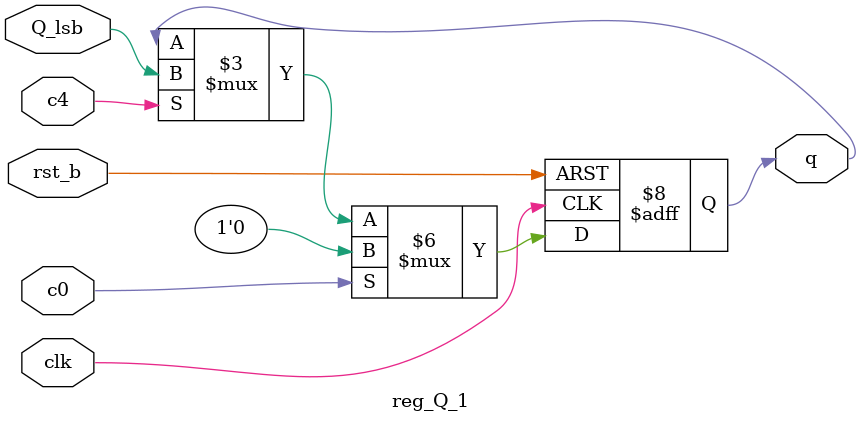
<source format=v>
module reg_Q_1(
  input clk,
  input rst_b,
  input c0,
  input c4,
  input Q_lsb,
  output reg q
);

  always @(posedge clk or negedge rst_b) begin
    if(!rst_b)
      q <= 0;
    else if(c0)
      q <= 0;
    else if(c4)
      q <= Q_lsb;
  end
  
endmodule
</source>
